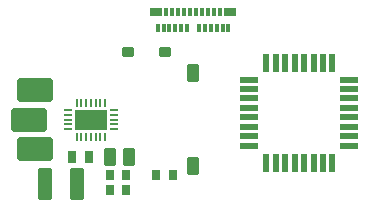
<source format=gtp>
G04*
G04 #@! TF.GenerationSoftware,Altium Limited,Altium Designer,25.1.2 (22)*
G04*
G04 Layer_Color=8421504*
%FSLAX43Y43*%
%MOMM*%
G71*
G04*
G04 #@! TF.SameCoordinates,5C5EE618-6C2C-4297-BA5D-AA3BB8D6849B*
G04*
G04*
G04 #@! TF.FilePolarity,Positive*
G04*
G01*
G75*
G04:AMPARAMS|DCode=14|XSize=1.5mm|YSize=1mm|CornerRadius=0.1mm|HoleSize=0mm|Usage=FLASHONLY|Rotation=90.000|XOffset=0mm|YOffset=0mm|HoleType=Round|Shape=RoundedRectangle|*
%AMROUNDEDRECTD14*
21,1,1.500,0.800,0,0,90.0*
21,1,1.300,1.000,0,0,90.0*
1,1,0.200,0.400,0.650*
1,1,0.200,0.400,-0.650*
1,1,0.200,-0.400,-0.650*
1,1,0.200,-0.400,0.650*
%
%ADD14ROUNDEDRECTD14*%
G04:AMPARAMS|DCode=15|XSize=0.55mm|YSize=1.45mm|CornerRadius=0.055mm|HoleSize=0mm|Usage=FLASHONLY|Rotation=270.000|XOffset=0mm|YOffset=0mm|HoleType=Round|Shape=RoundedRectangle|*
%AMROUNDEDRECTD15*
21,1,0.550,1.340,0,0,270.0*
21,1,0.440,1.450,0,0,270.0*
1,1,0.110,-0.670,-0.220*
1,1,0.110,-0.670,0.220*
1,1,0.110,0.670,0.220*
1,1,0.110,0.670,-0.220*
%
%ADD15ROUNDEDRECTD15*%
G04:AMPARAMS|DCode=16|XSize=0.55mm|YSize=1.45mm|CornerRadius=0.055mm|HoleSize=0mm|Usage=FLASHONLY|Rotation=180.000|XOffset=0mm|YOffset=0mm|HoleType=Round|Shape=RoundedRectangle|*
%AMROUNDEDRECTD16*
21,1,0.550,1.340,0,0,180.0*
21,1,0.440,1.450,0,0,180.0*
1,1,0.110,-0.220,0.670*
1,1,0.110,0.220,0.670*
1,1,0.110,0.220,-0.670*
1,1,0.110,-0.220,-0.670*
%
%ADD16ROUNDEDRECTD16*%
G04:AMPARAMS|DCode=17|XSize=0.7mm|YSize=0.9mm|CornerRadius=0.07mm|HoleSize=0mm|Usage=FLASHONLY|Rotation=180.000|XOffset=0mm|YOffset=0mm|HoleType=Round|Shape=RoundedRectangle|*
%AMROUNDEDRECTD17*
21,1,0.700,0.760,0,0,180.0*
21,1,0.560,0.900,0,0,180.0*
1,1,0.140,-0.280,0.380*
1,1,0.140,0.280,0.380*
1,1,0.140,0.280,-0.380*
1,1,0.140,-0.280,-0.380*
%
%ADD17ROUNDEDRECTD17*%
G04:AMPARAMS|DCode=18|XSize=0.3mm|YSize=0.7mm|CornerRadius=0.03mm|HoleSize=0mm|Usage=FLASHONLY|Rotation=180.000|XOffset=0mm|YOffset=0mm|HoleType=Round|Shape=RoundedRectangle|*
%AMROUNDEDRECTD18*
21,1,0.300,0.640,0,0,180.0*
21,1,0.240,0.700,0,0,180.0*
1,1,0.060,-0.120,0.320*
1,1,0.060,0.120,0.320*
1,1,0.060,0.120,-0.320*
1,1,0.060,-0.120,-0.320*
%
%ADD18ROUNDEDRECTD18*%
G04:AMPARAMS|DCode=19|XSize=1mm|YSize=0.7mm|CornerRadius=0.07mm|HoleSize=0mm|Usage=FLASHONLY|Rotation=180.000|XOffset=0mm|YOffset=0mm|HoleType=Round|Shape=RoundedRectangle|*
%AMROUNDEDRECTD19*
21,1,1.000,0.560,0,0,180.0*
21,1,0.860,0.700,0,0,180.0*
1,1,0.140,-0.430,0.280*
1,1,0.140,0.430,0.280*
1,1,0.140,0.430,-0.280*
1,1,0.140,-0.430,-0.280*
%
%ADD19ROUNDEDRECTD19*%
G04:AMPARAMS|DCode=20|XSize=2mm|YSize=3mm|CornerRadius=0.2mm|HoleSize=0mm|Usage=FLASHONLY|Rotation=90.000|XOffset=0mm|YOffset=0mm|HoleType=Round|Shape=RoundedRectangle|*
%AMROUNDEDRECTD20*
21,1,2.000,2.600,0,0,90.0*
21,1,1.600,3.000,0,0,90.0*
1,1,0.400,1.300,0.800*
1,1,0.400,1.300,-0.800*
1,1,0.400,-1.300,-0.800*
1,1,0.400,-1.300,0.800*
%
%ADD20ROUNDEDRECTD20*%
G04:AMPARAMS|DCode=21|XSize=0.2mm|YSize=0.7mm|CornerRadius=0.02mm|HoleSize=0mm|Usage=FLASHONLY|Rotation=0.000|XOffset=0mm|YOffset=0mm|HoleType=Round|Shape=RoundedRectangle|*
%AMROUNDEDRECTD21*
21,1,0.200,0.660,0,0,0.0*
21,1,0.160,0.700,0,0,0.0*
1,1,0.040,0.080,-0.330*
1,1,0.040,-0.080,-0.330*
1,1,0.040,-0.080,0.330*
1,1,0.040,0.080,0.330*
%
%ADD21ROUNDEDRECTD21*%
G04:AMPARAMS|DCode=22|XSize=0.2mm|YSize=0.7mm|CornerRadius=0.02mm|HoleSize=0mm|Usage=FLASHONLY|Rotation=270.000|XOffset=0mm|YOffset=0mm|HoleType=Round|Shape=RoundedRectangle|*
%AMROUNDEDRECTD22*
21,1,0.200,0.660,0,0,270.0*
21,1,0.160,0.700,0,0,270.0*
1,1,0.040,-0.330,-0.080*
1,1,0.040,-0.330,0.080*
1,1,0.040,0.330,0.080*
1,1,0.040,0.330,-0.080*
%
%ADD22ROUNDEDRECTD22*%
%ADD23R,2.700X1.700*%
G04:AMPARAMS|DCode=24|XSize=1.17mm|YSize=2.7mm|CornerRadius=0.117mm|HoleSize=0mm|Usage=FLASHONLY|Rotation=0.000|XOffset=0mm|YOffset=0mm|HoleType=Round|Shape=RoundedRectangle|*
%AMROUNDEDRECTD24*
21,1,1.170,2.466,0,0,0.0*
21,1,0.936,2.700,0,0,0.0*
1,1,0.234,0.468,-1.233*
1,1,0.234,-0.468,-1.233*
1,1,0.234,-0.468,1.233*
1,1,0.234,0.468,1.233*
%
%ADD24ROUNDEDRECTD24*%
G04:AMPARAMS|DCode=25|XSize=0.75mm|YSize=0.96mm|CornerRadius=0.075mm|HoleSize=0mm|Usage=FLASHONLY|Rotation=0.000|XOffset=0mm|YOffset=0mm|HoleType=Round|Shape=RoundedRectangle|*
%AMROUNDEDRECTD25*
21,1,0.750,0.810,0,0,0.0*
21,1,0.600,0.960,0,0,0.0*
1,1,0.150,0.300,-0.405*
1,1,0.150,-0.300,-0.405*
1,1,0.150,-0.300,0.405*
1,1,0.150,0.300,0.405*
%
%ADD25ROUNDEDRECTD25*%
G04:AMPARAMS|DCode=26|XSize=0.95mm|YSize=1.45mm|CornerRadius=0.095mm|HoleSize=0mm|Usage=FLASHONLY|Rotation=0.000|XOffset=0mm|YOffset=0mm|HoleType=Round|Shape=RoundedRectangle|*
%AMROUNDEDRECTD26*
21,1,0.950,1.260,0,0,0.0*
21,1,0.760,1.450,0,0,0.0*
1,1,0.190,0.380,-0.630*
1,1,0.190,-0.380,-0.630*
1,1,0.190,-0.380,0.630*
1,1,0.190,0.380,0.630*
%
%ADD26ROUNDEDRECTD26*%
G04:AMPARAMS|DCode=27|XSize=0.9mm|YSize=0.95mm|CornerRadius=0.09mm|HoleSize=0mm|Usage=FLASHONLY|Rotation=90.000|XOffset=0mm|YOffset=0mm|HoleType=Round|Shape=RoundedRectangle|*
%AMROUNDEDRECTD27*
21,1,0.900,0.770,0,0,90.0*
21,1,0.720,0.950,0,0,90.0*
1,1,0.180,0.385,0.360*
1,1,0.180,0.385,-0.360*
1,1,0.180,-0.385,-0.360*
1,1,0.180,-0.385,0.360*
%
%ADD27ROUNDEDRECTD27*%
D14*
X0Y3950D02*
D03*
Y-3950D02*
D03*
D15*
X13225Y-2200D02*
D03*
Y-1400D02*
D03*
Y-600D02*
D03*
Y200D02*
D03*
Y1000D02*
D03*
Y1800D02*
D03*
Y2600D02*
D03*
Y3400D02*
D03*
X4775D02*
D03*
Y2600D02*
D03*
Y1800D02*
D03*
Y1000D02*
D03*
Y200D02*
D03*
Y-600D02*
D03*
Y-1400D02*
D03*
Y-2200D02*
D03*
D16*
X11800Y4825D02*
D03*
X11000D02*
D03*
X10200D02*
D03*
X9400D02*
D03*
X8600D02*
D03*
X7800D02*
D03*
X7000D02*
D03*
X6200D02*
D03*
Y-3625D02*
D03*
X7000D02*
D03*
X7800D02*
D03*
X8600D02*
D03*
X9400D02*
D03*
X10200D02*
D03*
X11000D02*
D03*
X11800D02*
D03*
D17*
X-5665Y-4699D02*
D03*
X-7035D02*
D03*
Y-5969D02*
D03*
X-5665D02*
D03*
X-3098Y-4699D02*
D03*
X-1728D02*
D03*
D18*
X3000Y7790D02*
D03*
X2500D02*
D03*
X2000D02*
D03*
X1500D02*
D03*
X1000D02*
D03*
X500Y7790D02*
D03*
X-500D02*
D03*
X-1000Y7790D02*
D03*
X-1500D02*
D03*
X-2000D02*
D03*
X-2500D02*
D03*
X-3000D02*
D03*
X-2250Y9140D02*
D03*
X-1750D02*
D03*
X-1250D02*
D03*
X-750D02*
D03*
X-250D02*
D03*
X250D02*
D03*
X750D02*
D03*
X1250D02*
D03*
X1750D02*
D03*
X2250D02*
D03*
D19*
X-3100D02*
D03*
X3100D02*
D03*
D20*
X-13405Y2500D02*
D03*
X-13905Y0D02*
D03*
X-13405Y-2500D02*
D03*
D21*
X-7455Y1450D02*
D03*
X-7855D02*
D03*
X-8255D02*
D03*
X-8655D02*
D03*
X-9055D02*
D03*
X-9455Y1450D02*
D03*
X-9855D02*
D03*
Y-1450D02*
D03*
X-9455D02*
D03*
X-9055Y-1450D02*
D03*
X-8655Y-1450D02*
D03*
X-8255Y-1450D02*
D03*
X-7855D02*
D03*
X-7455D02*
D03*
D22*
X-10605Y800D02*
D03*
Y400D02*
D03*
Y0D02*
D03*
Y-400D02*
D03*
Y-800D02*
D03*
X-6705Y-800D02*
D03*
X-6705Y-400D02*
D03*
X-6705Y0D02*
D03*
Y400D02*
D03*
Y800D02*
D03*
D23*
X-8655Y0D02*
D03*
D24*
X-12496Y-5461D02*
D03*
X-9856D02*
D03*
D25*
X-10225Y-3175D02*
D03*
X-8825D02*
D03*
D26*
X-5423D02*
D03*
X-7023D02*
D03*
D27*
X-2362Y5715D02*
D03*
X-5512D02*
D03*
M02*

</source>
